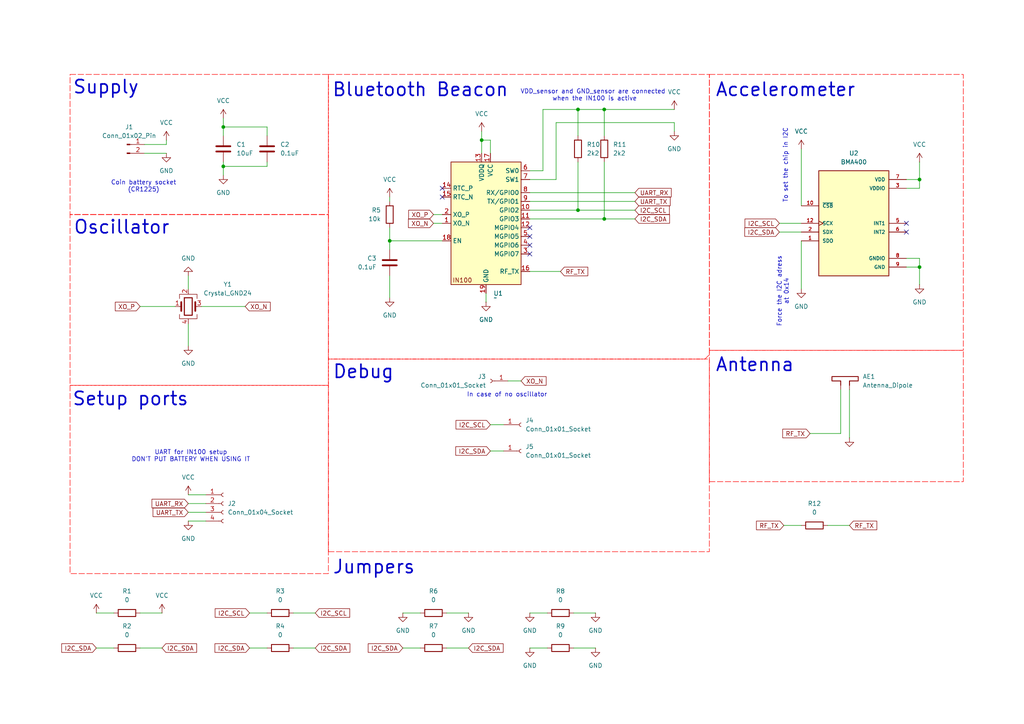
<source format=kicad_sch>
(kicad_sch (version 20250114) (generator "eeschema") (generator_version "9.0")
  (paper "A4")
  (title_block (title "Wearable IN100 with accelerometer") (date "2025-03-04") (rev "0.1.1") (company "EMSE ISMIN - FEL Department"))
  (lib_symbols
    (symbol "BMA400:BMA400" (pin_names (offset 1.016))
      (property "Reference" "U" (at -10.16 16.002 0))
      (property "Value" "BMA400" (at -10.16 -17.78 0))
      (symbol "BMA400_0_0"
        (rectangle (start -10.16 -15.24) (end 10.16 15.24) (stroke (width 0.254)) (fill (type background)))
        (pin input line (at -15.24 5.08 0) (length 5.08) (name "~{CSB}") (number "10"))
        (pin input clock (at -15.24 0 0) (length 5.08) (name "SCX") (number "12"))
        (pin bidirectional line (at -15.24 -2.54 0) (length 5.08) (name "SDX") (number "2"))
        (pin bidirectional line (at -15.24 -5.08 0) (length 5.08) (name "SDO") (number "1"))
        (pin power_in line (at 15.24 12.7 180) (length 5.08) (name "VDD") (number "7"))
        (pin power_in line (at 15.24 10.16 180) (length 5.08) (name "VDDIO") (number "3"))
        (pin bidirectional line (at 15.24 0 180) (length 5.08) (name "INT1") (number "5"))
        (pin bidirectional line (at 15.24 -2.54 180) (length 5.08) (name "INT2") (number "6"))
        (pin power_in line (at 15.24 -10.16 180) (length 5.08) (name "GNDIO") (number "8"))
        (pin power_in line (at 15.24 -12.7 180) (length 5.08) (name "GND") (number "9"))
      )
    )
    (symbol "Connector:Conn_01x01_Socket" (pin_names (offset 1.016) (hide yes))
      (property "Reference" "J" (at 0 2.54 0))
      (property "Value" "Conn_01x01_Socket" (at 0 -2.54 0))
      (symbol "Conn_01x01_Socket_1_1"
        (polyline (pts (xy -1.27 0) (xy -0.508 0)) (stroke (width 0.1524)))
        (arc (start 0 -0.508) (mid -0.5058 0) (end 0 0.508) (stroke (width 0.1524)))
        (pin passive line (at -5.08 0 0) (length 3.81) (name "Pin_1") (number "1"))
      )
    )
    (symbol "Connector:Conn_01x02_Pin" (pin_names (offset 1.016) (hide yes))
      (property "Reference" "J" (at 0 2.54 0))
      (property "Value" "Conn_01x02_Pin" (at 0 -5.08 0))
      (symbol "Conn_01x02_Pin_1_1"
        (rectangle (start 0.8636 0.127) (end 0 -0.127) (stroke (width 0.1524)) (fill (type outline)))
        (rectangle (start 0.8636 -2.413) (end 0 -2.667) (stroke (width 0.1524)) (fill (type outline)))
        (polyline (pts (xy 1.27 0) (xy 0.8636 0)) (stroke (width 0.1524)))
        (polyline (pts (xy 1.27 -2.54) (xy 0.8636 -2.54)) (stroke (width 0.1524)))
        (pin passive line (at 5.08 0 180) (length 3.81) (name "Pin_1") (number "1"))
        (pin passive line (at 5.08 -2.54 180) (length 3.81) (name "Pin_2") (number "2"))
      )
    )
    (symbol "Connector:Conn_01x04_Socket" (pin_names (offset 1.016) (hide yes))
      (property "Reference" "J" (at 0 5.08 0))
      (property "Value" "Conn_01x04_Socket" (at 0 -7.62 0))
      (symbol "Conn_01x04_Socket_1_1"
        (polyline (pts (xy -1.27 2.54) (xy -0.508 2.54)) (stroke (width 0.1524)))
        (polyline (pts (xy -1.27 0) (xy -0.508 0)) (stroke (width 0.1524)))
        (polyline (pts (xy -1.27 -2.54) (xy -0.508 -2.54)) (stroke (width 0.1524)))
        (polyline (pts (xy -1.27 -5.08) (xy -0.508 -5.08)) (stroke (width 0.1524)))
        (arc (start 0 2.032) (mid -0.5058 2.54) (end 0 3.048) (stroke (width 0.1524)))
        (arc (start 0 -0.508) (mid -0.5058 0) (end 0 0.508) (stroke (width 0.1524)))
        (arc (start 0 -3.048) (mid -0.5058 -2.54) (end 0 -2.032) (stroke (width 0.1524)))
        (arc (start 0 -5.588) (mid -0.5058 -5.08) (end 0 -4.572) (stroke (width 0.1524)))
        (pin passive line (at -5.08 2.54 0) (length 3.81) (name "Pin_1") (number "1"))
        (pin passive line (at -5.08 0 0) (length 3.81) (name "Pin_2") (number "2"))
        (pin passive line (at -5.08 -2.54 0) (length 3.81) (name "Pin_3") (number "3"))
        (pin passive line (at -5.08 -5.08 0) (length 3.81) (name "Pin_4") (number "4"))
      )
    )
    (symbol "Device:Antenna_Dipole" (pin_numbers (hide yes)) (pin_names (offset 1.016) (hide yes))
      (property "Reference" "AE" (at 1.27 1.27 0))
      (property "Value" "Antenna_Dipole" (at 1.27 0 0))
      (symbol "Antenna_Dipole_0_1"
        (polyline (pts (xy 2.54 -3.81) (xy 2.54 -2.54) (xy 5.08 -2.54) (xy 5.08 -1.27) (xy -2.54 -1.27) (xy -2.54 -2.54) (xy 0 -2.54) (xy 0 -3.81)) (stroke (width 0.254)))
      )
      (symbol "Antenna_Dipole_1_1"
        (pin input line (at 0 -5.08 90) (length 2.54) (name "~") (number "1"))
        (pin input line (at 2.54 -5.08 90) (length 2.54) (name "~") (number "2"))
      )
    )
    (symbol "Device:C" (pin_numbers (hide yes)) (pin_names (offset 0.254))
      (property "Reference" "C" (at 0.635 2.54 0))
      (property "Value" "C" (at 0.635 -2.54 0))
      (symbol "C_0_1"
        (polyline (pts (xy -2.032 0.762) (xy 2.032 0.762)) (stroke (width 0.508)))
        (polyline (pts (xy -2.032 -0.762) (xy 2.032 -0.762)) (stroke (width 0.508)))
      )
      (symbol "C_1_1"
        (pin passive line (at 0 3.81 270) (length 2.794) (name "~") (number "1"))
        (pin passive line (at 0 -3.81 90) (length 2.794) (name "~") (number "2"))
      )
    )
    (symbol "Device:Crystal_GND24" (pin_names (offset 1.016) (hide yes))
      (property "Reference" "Y" (at 3.175 5.08 0))
      (property "Value" "Crystal_GND24" (at 3.175 3.175 0))
      (symbol "Crystal_GND24_0_1"
        (polyline (pts (xy -2.54 2.286) (xy -2.54 3.556) (xy 2.54 3.556) (xy 2.54 2.286)))
        (polyline (pts (xy -2.54 0) (xy -2.032 0)))
        (polyline (pts (xy -2.54 -2.286) (xy -2.54 -3.556) (xy 2.54 -3.556) (xy 2.54 -2.286)))
        (polyline (pts (xy -2.032 -1.27) (xy -2.032 1.27)) (stroke (width 0.508)))
        (rectangle (start -1.143 2.54) (end 1.143 -2.54) (stroke (width 0.3048)))
        (polyline (pts (xy 0 3.556) (xy 0 3.81)))
        (polyline (pts (xy 0 -3.81) (xy 0 -3.556)))
        (polyline (pts (xy 2.032 0) (xy 2.54 0)))
        (polyline (pts (xy 2.032 -1.27) (xy 2.032 1.27)) (stroke (width 0.508)))
      )
      (symbol "Crystal_GND24_1_1"
        (pin passive line (at -3.81 0 0) (length 1.27) (name "1") (number "1"))
        (pin passive line (at 0 5.08 270) (length 1.27) (name "2") (number "2"))
        (pin passive line (at 0 -5.08 90) (length 1.27) (name "4") (number "4"))
        (pin passive line (at 3.81 0 180) (length 1.27) (name "3") (number "3"))
      )
    )
    (symbol "Device:R" (pin_numbers (hide yes)) (pin_names (offset 0))
      (property "Reference" "R" (at 2.032 0 90))
      (property "Value" "R" (at 0 0 90))
      (symbol "R_0_1"
        (rectangle (start -1.016 -2.54) (end 1.016 2.54) (stroke (width 0.254)))
      )
      (symbol "R_1_1"
        (pin passive line (at 0 3.81 270) (length 1.27) (name "~") (number "1"))
        (pin passive line (at 0 -3.81 90) (length 1.27) (name "~") (number "2"))
      )
    )
    (symbol "IN100_homemade:IN100_homemade"
      (property "Reference" "U" (at 0 0 0))
      (symbol "IN100_homemade_0_1"
        (rectangle (start -10.16 -1.27) (end 10.16 -36.83))
      )
      (symbol "IN100_homemade_1_1"
        (rectangle (start -10.16 -1.27) (end 10.16 -36.83) (fill (type background)))
        (text "IN100" (at -6.858 -35.56 0) (effects (font (size 1.27 1.27))))
        (pin input line (at -12.7 -8.89 0) (length 2.54) (name "RTC_P") (number "14"))
        (pin input line (at -12.7 -11.43 0) (length 2.54) (name "RTC_N") (number "15"))
        (pin input line (at -12.7 -16.51 0) (length 2.54) (name "XO_P") (number "2"))
        (pin input line (at -12.7 -19.05 0) (length 2.54) (name "XO_N") (number "1"))
        (pin input line (at -12.7 -24.13 0) (length 2.54) (name "EN") (number "18"))
        (pin input line (at -1.27 1.27 270) (length 2.54) (name "VDDQ") (number "13"))
        (pin input line (at 0 -39.37 90) (length 2.54) (name "GND") (number "19"))
        (pin input line (at 1.27 1.27 270) (length 2.54) (name "VCC") (number "17"))
        (pin output line (at 12.7 -3.81 180) (length 2.54) (name "SW0") (number "6"))
        (pin output line (at 12.7 -6.35 180) (length 2.54) (name "SW1") (number "7"))
        (pin bidirectional line (at 12.7 -10.16 180) (length 2.54) (name "RX/GPIO0") (number "8"))
        (pin bidirectional line (at 12.7 -12.7 180) (length 2.54) (name "TX/GPIO1") (number "9"))
        (pin bidirectional line (at 12.7 -15.24 180) (length 2.54) (name "GPIO2") (number "10"))
        (pin bidirectional line (at 12.7 -17.78 180) (length 2.54) (name "GPIO3") (number "11"))
        (pin bidirectional line (at 12.7 -20.32 180) (length 2.54) (name "MGPIO4") (number "12"))
        (pin bidirectional line (at 12.7 -22.86 180) (length 2.54) (name "MGPIO5") (number "5"))
        (pin bidirectional line (at 12.7 -25.4 180) (length 2.54) (name "MGPIO6") (number "4"))
        (pin bidirectional line (at 12.7 -27.94 180) (length 2.54) (name "MGPIO7") (number "3"))
        (pin output line (at 12.7 -33.02 180) (length 2.54) (name "RF_TX") (number "16"))
      )
    )
    (symbol "power:GND" (power) (pin_numbers (hide yes)) (pin_names (offset 0) (hide yes))
      (property "Value" "GND" (at 0 -3.81 0))
      (symbol "GND_0_1"
        (polyline (pts (xy 0 0) (xy 0 -1.27) (xy 1.27 -1.27) (xy 0 -2.54) (xy -1.27 -1.27) (xy 0 -1.27)))
      )
      (symbol "GND_1_1"
        (pin power_in line (at 0 0 270) (length 0) (name "~") (number "1"))
      )
    )
    (symbol "power:VCC" (power) (pin_numbers (hide yes)) (pin_names (offset 0) (hide yes))
      (property "Value" "VCC" (at 0 3.556 0))
      (symbol "VCC_0_1"
        (polyline (pts (xy -0.762 1.27) (xy 0 2.54)))
        (polyline (pts (xy 0 2.54) (xy 0.762 1.27)))
        (polyline (pts (xy 0 0) (xy 0 2.54)))
      )
      (symbol "VCC_1_1"
        (pin power_in line (at 0 0 90) (length 0) (name "~") (number "1"))
      )
    )
  )
  (text "Accelerometer\n" (at 227.838 26.162 0) (effects (font (size 3.81 3.81) (thickness 0.4763))))
  (text "In case of no oscillator" (at 147.066 114.554 0) (effects (font (size 1.27 1.27))))
  (text "Debug" (at 105.41 107.95 0) (effects (font (size 3.81 3.81) (thickness 0.4763))))
  (text "Antenna" (at 218.948 105.918 0) (effects (font (size 3.81 3.81) (thickness 0.4763))))
  (text "Supply" (at 30.734 25.4 0) (effects (font (size 3.81 3.81) (thickness 0.4763))))
  (text "Coin battery socket\n(CR1225)\n\n" (at 41.656 55.118 0) (effects (font (size 1.27 1.27))))
  (text "UART for IN100 setup\nDON'T PUT BATTERY WHEN USING IT\n\n" (at 55.372 133.35 0) (effects (font (size 1.27 1.27))))
  (text "Setup ports" (at 37.846 115.824 0) (effects (font (size 3.81 3.81) (thickness 0.4763))))
  (text "Oscillator" (at 35.306 66.04 0) (effects (font (size 3.81 3.81) (thickness 0.4763))))
  (text "Jumpers" (at 108.458 164.592 0) (effects (font (size 3.81 3.81) (thickness 0.4763))))
  (text "VDD_sensor and GND_sensor are connected \nwhen the IN100 is active\n" (at 172.466 27.686 0) (effects (font (size 1.27 1.27))))
  (text "To set the chip in I2C\n" (at 227.838 48.006 90) (effects (font (size 1.27 1.27))))
  (text "Bluetooth Beacon\n" (at 121.92 26.162 0) (effects (font (size 3.81 3.81) (thickness 0.4763))))
  (text "Force the I2C adress\nat 0x14" (at 227.076 84.582 90) (effects (font (size 1.27 1.27))))
  (junction (at 64.77 36.83))
  (junction (at 175.26 31.75))
  (junction (at 64.77 48.26))
  (junction (at 266.7 77.47))
  (junction (at 175.26 63.5))
  (junction (at 167.64 31.75))
  (junction (at 139.7 40.64))
  (junction (at 266.7 52.07))
  (junction (at 113.03 69.85))
  (junction (at 167.64 60.96))
  (no_connect (at 153.67 66.04))
  (no_connect (at 128.27 57.15))
  (no_connect (at 153.67 68.58))
  (no_connect (at 262.89 67.31))
  (no_connect (at 153.67 73.66))
  (no_connect (at 262.89 64.77))
  (no_connect (at 153.67 71.12))
  (no_connect (at 128.27 54.61))
  (wire (pts (xy 91.44 187.96) (xy 85.09 187.96)))
  (wire (pts (xy 64.77 48.26) (xy 77.47 48.26)))
  (wire (pts (xy 266.7 77.47) (xy 262.89 77.47)))
  (wire (pts (xy 41.91 44.45) (xy 48.26 44.45)))
  (wire (pts (xy 266.7 52.07) (xy 262.89 52.07)))
  (wire (pts (xy 266.7 82.55) (xy 266.7 77.47)))
  (wire (pts (xy 246.38 113.03) (xy 246.38 127)))
  (wire (pts (xy 58.42 88.9) (xy 71.12 88.9)))
  (wire (pts (xy 113.03 69.85) (xy 128.27 69.85)))
  (wire (pts (xy 48.26 41.91) (xy 41.91 41.91)))
  (wire (pts (xy 157.48 31.75) (xy 167.64 31.75)))
  (wire (pts (xy 27.94 187.96) (xy 33.02 187.96)))
  (wire (pts (xy 195.58 38.1) (xy 195.58 35.56)))
  (wire (pts (xy 54.61 93.98) (xy 54.61 100.33)))
  (wire (pts (xy 153.67 187.96) (xy 158.75 187.96)))
  (wire (pts (xy 139.7 40.64) (xy 139.7 44.45)))
  (wire (pts (xy 232.41 43.18) (xy 232.41 59.69)))
  (wire (pts (xy 72.39 177.8) (xy 77.47 177.8)))
  (wire (pts (xy 142.24 130.81) (xy 146.05 130.81)))
  (wire (pts (xy 151.13 110.49) (xy 147.32 110.49)))
  (wire (pts (xy 142.24 123.19) (xy 146.05 123.19)))
  (wire (pts (xy 226.06 67.31) (xy 232.41 67.31)))
  (wire (pts (xy 64.77 36.83) (xy 64.77 39.37)))
  (wire (pts (xy 77.47 36.83) (xy 77.47 39.37)))
  (wire (pts (xy 46.99 187.96) (xy 40.64 187.96)))
  (wire (pts (xy 161.29 35.56) (xy 195.58 35.56)))
  (wire (pts (xy 153.67 49.53) (xy 157.48 49.53)))
  (wire (pts (xy 116.84 187.96) (xy 121.92 187.96)))
  (wire (pts (xy 167.64 31.75) (xy 167.64 39.37)))
  (wire (pts (xy 262.89 54.61) (xy 266.7 54.61)))
  (wire (pts (xy 113.03 57.15) (xy 113.03 58.42)))
  (wire (pts (xy 54.61 151.13) (xy 59.69 151.13)))
  (wire (pts (xy 167.64 46.99) (xy 167.64 60.96)))
  (wire (pts (xy 153.67 63.5) (xy 175.26 63.5)))
  (wire (pts (xy 153.67 177.8) (xy 158.75 177.8)))
  (wire (pts (xy 116.84 177.8) (xy 121.92 177.8)))
  (wire (pts (xy 167.64 60.96) (xy 184.15 60.96)))
  (wire (pts (xy 64.77 36.83) (xy 77.47 36.83)))
  (wire (pts (xy 140.97 85.09) (xy 140.97 87.63)))
  (wire (pts (xy 175.26 46.99) (xy 175.26 63.5)))
  (wire (pts (xy 153.67 55.88) (xy 184.15 55.88)))
  (wire (pts (xy 139.7 40.64) (xy 142.24 40.64)))
  (wire (pts (xy 113.03 80.01) (xy 113.03 86.36)))
  (wire (pts (xy 172.72 177.8) (xy 166.37 177.8)))
  (wire (pts (xy 113.03 69.85) (xy 113.03 72.39)))
  (wire (pts (xy 125.73 64.77) (xy 128.27 64.77)))
  (wire (pts (xy 77.47 48.26) (xy 77.47 46.99)))
  (wire (pts (xy 172.72 187.96) (xy 166.37 187.96)))
  (wire (pts (xy 226.06 64.77) (xy 232.41 64.77)))
  (wire (pts (xy 262.89 74.93) (xy 266.7 74.93)))
  (wire (pts (xy 142.24 40.64) (xy 142.24 44.45)))
  (wire (pts (xy 135.89 177.8) (xy 129.54 177.8)))
  (wire (pts (xy 153.67 78.74) (xy 162.56 78.74)))
  (wire (pts (xy 64.77 34.29) (xy 64.77 36.83)))
  (wire (pts (xy 125.73 62.23) (xy 128.27 62.23)))
  (wire (pts (xy 153.67 60.96) (xy 167.64 60.96)))
  (wire (pts (xy 175.26 31.75) (xy 195.58 31.75)))
  (wire (pts (xy 72.39 187.96) (xy 77.47 187.96)))
  (wire (pts (xy 27.94 177.8) (xy 33.02 177.8)))
  (wire (pts (xy 54.61 143.51) (xy 59.69 143.51)))
  (wire (pts (xy 157.48 31.75) (xy 157.48 49.53)))
  (wire (pts (xy 161.29 35.56) (xy 161.29 52.07)))
  (wire (pts (xy 175.26 31.75) (xy 175.26 39.37)))
  (wire (pts (xy 153.67 52.07) (xy 161.29 52.07)))
  (wire (pts (xy 135.89 187.96) (xy 129.54 187.96)))
  (wire (pts (xy 139.7 38.1) (xy 139.7 40.64)))
  (wire (pts (xy 54.61 146.05) (xy 59.69 146.05)))
  (wire (pts (xy 232.41 69.85) (xy 232.41 83.82)))
  (wire (pts (xy 266.7 46.99) (xy 266.7 52.07)))
  (wire (pts (xy 46.99 177.8) (xy 40.64 177.8)))
  (wire (pts (xy 266.7 77.47) (xy 266.7 74.93)))
  (wire (pts (xy 266.7 54.61) (xy 266.7 52.07)))
  (wire (pts (xy 243.84 113.03) (xy 243.84 125.73)))
  (wire (pts (xy 91.44 177.8) (xy 85.09 177.8)))
  (wire (pts (xy 234.95 125.73) (xy 243.84 125.73)))
  (wire (pts (xy 64.77 46.99) (xy 64.77 48.26)))
  (wire (pts (xy 54.61 148.59) (xy 59.69 148.59)))
  (wire (pts (xy 153.67 58.42) (xy 184.15 58.42)))
  (wire (pts (xy 54.61 80.01) (xy 54.61 83.82)))
  (wire (pts (xy 113.03 66.04) (xy 113.03 69.85)))
  (wire (pts (xy 64.77 48.26) (xy 64.77 50.8)))
  (wire (pts (xy 48.26 40.64) (xy 48.26 41.91)))
  (wire (pts (xy 40.64 88.9) (xy 50.8 88.9)))
  (wire (pts (xy 246.38 152.4) (xy 240.03 152.4)))
  (wire (pts (xy 227.33 152.4) (xy 232.41 152.4)))
  (wire (pts (xy 167.64 31.75) (xy 175.26 31.75)))
  (wire (pts (xy 175.26 63.5) (xy 184.15 63.5)))
  (global_label "RF_TX" (shape input) (at 227.33 152.4 180) (property "Intersheetrefs" "${INTERSHEET_REFS}" (effects (hide yes))))
  (global_label "I2C_SDA" (shape input) (at 184.15 63.5 0) (property "Intersheetrefs" "${INTERSHEET_REFS}" (effects (hide yes))))
  (global_label "XO_P" (shape input) (at 125.73 62.23 180) (property "Intersheetrefs" "${INTERSHEET_REFS}" (effects (hide yes))))
  (global_label "RF_TX" (shape input) (at 234.95 125.73 180) (property "Intersheetrefs" "${INTERSHEET_REFS}" (effects (hide yes))))
  (global_label "XO_P" (shape input) (at 40.64 88.9 180) (property "Intersheetrefs" "${INTERSHEET_REFS}" (effects (hide yes))))
  (global_label "I2C_SDA" (shape input) (at 142.24 130.81 180) (property "Intersheetrefs" "${INTERSHEET_REFS}" (effects (hide yes))))
  (global_label "XO_N" (shape input) (at 125.73 64.77 180) (property "Intersheetrefs" "${INTERSHEET_REFS}" (effects (hide yes))))
  (global_label "UART_RX" (shape input) (at 184.15 55.88 0) (property "Intersheetrefs" "${INTERSHEET_REFS}" (effects (hide yes))))
  (global_label "I2C_SDA" (shape input) (at 27.94 187.96 180) (property "Intersheetrefs" "${INTERSHEET_REFS}" (effects (hide yes))))
  (global_label "UART_TX" (shape input) (at 54.61 148.59 180) (property "Intersheetrefs" "${INTERSHEET_REFS}" (effects (hide yes))))
  (global_label "XO_N" (shape input) (at 71.12 88.9 0) (property "Intersheetrefs" "${INTERSHEET_REFS}" (effects (hide yes))))
  (global_label "RF_TX" (shape input) (at 246.38 152.4 0) (property "Intersheetrefs" "${INTERSHEET_REFS}" (effects (hide yes))))
  (global_label "XO_N" (shape input) (at 151.13 110.49 0) (property "Intersheetrefs" "${INTERSHEET_REFS}" (effects (hide yes))))
  (global_label "RF_TX" (shape input) (at 162.56 78.74 0) (property "Intersheetrefs" "${INTERSHEET_REFS}" (effects (hide yes))))
  (global_label "I2C_SDA" (shape input) (at 116.84 187.96 180) (property "Intersheetrefs" "${INTERSHEET_REFS}" (effects (hide yes))))
  (global_label "I2C_SCL" (shape input) (at 91.44 177.8 0) (property "Intersheetrefs" "${INTERSHEET_REFS}" (effects (hide yes))))
  (global_label "I2C_SDA" (shape input) (at 72.39 187.96 180) (property "Intersheetrefs" "${INTERSHEET_REFS}" (effects (hide yes))))
  (global_label "I2C_SDA" (shape input) (at 226.06 67.31 180) (property "Intersheetrefs" "${INTERSHEET_REFS}" (effects (hide yes))))
  (global_label "UART_TX" (shape input) (at 184.15 58.42 0) (property "Intersheetrefs" "${INTERSHEET_REFS}" (effects (hide yes))))
  (global_label "I2C_SCL" (shape input) (at 72.39 177.8 180) (property "Intersheetrefs" "${INTERSHEET_REFS}" (effects (hide yes))))
  (global_label "I2C_SDA" (shape input) (at 46.99 187.96 0) (property "Intersheetrefs" "${INTERSHEET_REFS}" (effects (hide yes))))
  (global_label "I2C_SCL" (shape input) (at 142.24 123.19 180) (property "Intersheetrefs" "${INTERSHEET_REFS}" (effects (hide yes))))
  (global_label "I2C_SCL" (shape input) (at 226.06 64.77 180) (property "Intersheetrefs" "${INTERSHEET_REFS}" (effects (hide yes))))
  (global_label "I2C_SCL" (shape input) (at 184.15 60.96 0) (property "Intersheetrefs" "${INTERSHEET_REFS}" (effects (hide yes))))
  (global_label "I2C_SDA" (shape input) (at 135.89 187.96 0) (property "Intersheetrefs" "${INTERSHEET_REFS}" (effects (hide yes))))
  (global_label "I2C_SDA" (shape input) (at 91.44 187.96 0) (property "Intersheetrefs" "${INTERSHEET_REFS}" (effects (hide yes))))
  (global_label "UART_RX" (shape input) (at 54.61 146.05 180) (property "Intersheetrefs" "${INTERSHEET_REFS}" (effects (hide yes))))
  (rule_area (polyline (pts (xy 95.25 21.59) (xy 205.74 21.59) (xy 205.74 102.87) (xy 204.47 104.14) (xy 95.25 104.14)) (stroke (width 0) (type dash))))
  (rule_area (polyline (pts (xy 95.25 111.76) (xy 20.32 111.76) (xy 20.32 62.23) (xy 95.25 62.23)) (stroke (width 0) (type dash))))
  (rule_area (polyline (pts (xy 205.74 139.7) (xy 279.4 139.7) (xy 279.4 101.6) (xy 205.74 101.6)) (stroke (width 0) (type dash))))
  (rule_area (polyline (pts (xy 95.25 160.02) (xy 205.74 160.02) (xy 205.74 104.14) (xy 95.25 104.14)) (stroke (width 0) (type dash))))
  (rule_area (polyline (pts (xy 20.32 111.76) (xy 20.32 166.37) (xy 95.25 166.37) (xy 95.25 111.76)) (stroke (width 0) (type dash))))
  (rule_area (polyline (pts (xy 205.74 21.59) (xy 279.4 21.59) (xy 279.4 101.6) (xy 205.74 101.6)) (stroke (width 0) (type dash))))
  (rule_area (polyline (pts (xy 20.32 21.59) (xy 95.25 21.59) (xy 95.25 62.23) (xy 20.32 62.23)) (stroke (width 0) (type dash))))
  (symbol (lib_id "power:VCC") (at 195.58 31.75 0) (unit 1)
    (property "Reference" "#PWR021" (effects (hide yes)))
    (property "Value" "VCC" (at 195.58 26.67 0))
    (property "Description" "Power symbol creates a global label with name \"VCC\"" (effects (hide yes)))
  )
  (symbol (lib_id "power:VCC") (at 46.99 177.8 0) (unit 1)
    (property "Reference" "#PWR02" (effects (hide yes)))
    (property "Value" "VCC" (at 46.99 172.72 0))
    (property "Description" "Power symbol creates a global label with name \"VCC\"" (effects (hide yes)))
  )
  (symbol (lib_id "Device:R") (at 36.83 187.96 90) (unit 1)
    (property "Reference" "R2" (at 36.83 181.61 90))
    (property "Value" "0" (at 36.83 184.15 90))
    (property "Footprint" "Resistor_SMD:R_1206_3216Metric" (effects (hide yes)))
    (property "Description" "Resistor" (effects (hide yes)))
  )
  (symbol (lib_id "Device:R") (at 162.56 187.96 90) (unit 1)
    (property "Reference" "R9" (at 162.56 181.61 90))
    (property "Value" "0" (at 162.56 184.15 90))
    (property "Footprint" "Resistor_SMD:R_1206_3216Metric" (effects (hide yes)))
    (property "Description" "Resistor" (effects (hide yes)))
  )
  (symbol (lib_id "Device:R") (at 36.83 177.8 90) (unit 1)
    (property "Reference" "R1" (at 36.83 171.45 90))
    (property "Value" "0" (at 36.83 173.99 90))
    (property "Footprint" "Resistor_SMD:R_1206_3216Metric" (effects (hide yes)))
    (property "Description" "Resistor" (effects (hide yes)))
  )
  (symbol (lib_id "power:GND") (at 64.77 50.8 0) (unit 1)
    (property "Reference" "#PWR010" (effects (hide yes)))
    (property "Value" "GND" (at 64.77 55.88 0))
    (property "Description" "Power symbol creates a global label with name \"GND\" , ground" (effects (hide yes)))
  )
  (symbol (lib_id "power:GND") (at 113.03 86.36 0) (unit 1)
    (property "Reference" "#PWR012" (effects (hide yes)))
    (property "Value" "GND" (at 113.03 91.44 0))
    (property "Description" "Power symbol creates a global label with name \"GND\" , ground" (effects (hide yes)))
  )
  (symbol (lib_id "power:GND") (at 54.61 80.01 180) (unit 1)
    (property "Reference" "#PWR05" (effects (hide yes)))
    (property "Value" "GND" (at 54.61 74.93 0))
    (property "Description" "Power symbol creates a global label with name \"GND\" , ground" (effects (hide yes)))
  )
  (symbol (lib_id "Device:R") (at 81.28 177.8 90) (unit 1)
    (property "Reference" "R3" (at 81.28 171.45 90))
    (property "Value" "0" (at 81.28 173.99 90))
    (property "Footprint" "Resistor_SMD:R_1206_3216Metric" (effects (hide yes)))
    (property "Description" "Resistor" (effects (hide yes)))
  )
  (symbol (lib_id "power:GND") (at 195.58 38.1 0) (unit 1)
    (property "Reference" "#PWR022" (effects (hide yes)))
    (property "Value" "GND" (at 195.58 43.18 0))
    (property "Description" "Power symbol creates a global label with name \"GND\" , ground" (effects (hide yes)))
  )
  (symbol (lib_id "Device:R") (at 125.73 177.8 90) (unit 1)
    (property "Reference" "R6" (at 125.73 171.45 90))
    (property "Value" "0" (at 125.73 173.99 90))
    (property "Footprint" "Resistor_SMD:R_1206_3216Metric" (effects (hide yes)))
    (property "Description" "Resistor" (effects (hide yes)))
  )
  (symbol (lib_id "power:GND") (at 135.89 177.8 0) (unit 1)
    (property "Reference" "#PWR014" (effects (hide yes)))
    (property "Value" "GND" (at 135.89 182.88 0))
    (property "Description" "Power symbol creates a global label with name \"GND\" , ground" (effects (hide yes)))
  )
  (symbol (lib_id "power:VCC") (at 266.7 46.99 0) (unit 1)
    (property "Reference" "#PWR026" (effects (hide yes)))
    (property "Value" "VCC" (at 266.7 41.91 0))
    (property "Description" "Power symbol creates a global label with name \"VCC\"" (effects (hide yes)))
  )
  (symbol (lib_id "Device:C") (at 77.47 43.18 0) (unit 1)
    (property "Reference" "C2" (at 81.28 41.9099 0) (effects (justify left)))
    (property "Value" "0.1uF" (at 81.28 44.4499 0) (effects (justify left)))
    (property "Footprint" "Capacitor_SMD:C_1206_3216Metric_Pad1.33x1.80mm_HandSolder" (effects (hide yes)))
    (property "Description" "Unpolarized capacitor" (effects (hide yes)))
  )
  (symbol (lib_id "power:GND") (at 153.67 177.8 0) (unit 1)
    (property "Reference" "#PWR017" (effects (hide yes)))
    (property "Value" "GND" (at 153.67 182.88 0))
    (property "Description" "Power symbol creates a global label with name \"GND\" , ground" (effects (hide yes)))
  )
  (symbol (lib_id "Device:R") (at 175.26 43.18 0) (unit 1)
    (property "Reference" "R11" (at 177.8 41.9099 0) (effects (justify left)))
    (property "Value" "2k2" (at 177.8 44.4499 0) (effects (justify left)))
    (property "Footprint" "Resistor_SMD:R_1206_3216Metric" (effects (hide yes)))
    (property "Description" "Resistor" (effects (hide yes)))
  )
  (symbol (lib_id "Connector:Conn_01x01_Socket") (at 151.13 123.19 0) (unit 1)
    (property "Reference" "J4" (at 152.4 121.9199 0) (effects (justify left)))
    (property "Value" "Conn_01x01_Socket" (at 152.4 124.4599 0) (effects (justify left)))
    (property "Footprint" "TestPoint:TestPoint_Loop_D2.54mm_Drill1.5mm_Beaded" (effects (hide yes)))
    (property "Description" "Generic connector, single row, 01x01, script generated" (effects (hide yes)))
  )
  (symbol (lib_id "power:GND") (at 232.41 83.82 0) (unit 1)
    (property "Reference" "#PWR024" (effects (hide yes)))
    (property "Value" "GND" (at 232.41 88.9 0))
    (property "Description" "Power symbol creates a global label with name \"GND\" , ground" (effects (hide yes)))
  )
  (symbol (lib_id "power:GND") (at 140.97 87.63 0) (unit 1)
    (property "Reference" "#PWR016" (effects (hide yes)))
    (property "Value" "GND" (at 140.97 92.71 0))
    (property "Description" "Power symbol creates a global label with name \"GND\" , ground" (effects (hide yes)))
  )
  (symbol (lib_id "power:GND") (at 153.67 187.96 0) (unit 1)
    (property "Reference" "#PWR018" (effects (hide yes)))
    (property "Value" "GND" (at 153.67 193.04 0))
    (property "Description" "Power symbol creates a global label with name \"GND\" , ground" (effects (hide yes)))
  )
  (symbol (lib_id "Device:R") (at 113.03 62.23 0) (mirror y) (unit 1)
    (property "Reference" "R5" (at 110.49 60.9599 0) (effects (justify left)))
    (property "Value" "10k" (at 110.49 63.4999 0) (effects (justify left)))
    (property "Footprint" "Resistor_SMD:R_1206_3216Metric" (effects (hide yes)))
    (property "Description" "Resistor" (effects (hide yes)))
  )
  (symbol (lib_id "Connector:Conn_01x01_Socket") (at 151.13 130.81 0) (unit 1)
    (property "Reference" "J5" (at 152.4 129.5399 0) (effects (justify left)))
    (property "Value" "Conn_01x01_Socket" (at 152.4 132.0799 0) (effects (justify left)))
    (property "Footprint" "TestPoint:TestPoint_Loop_D2.54mm_Drill1.5mm_Beaded" (effects (hide yes)))
    (property "Description" "Generic connector, single row, 01x01, script generated" (effects (hide yes)))
  )
  (symbol (lib_id "power:GND") (at 54.61 151.13 0) (unit 1)
    (property "Reference" "#PWR08" (effects (hide yes)))
    (property "Value" "GND" (at 54.61 156.21 0))
    (property "Description" "Power symbol creates a global label with name \"GND\" , ground" (effects (hide yes)))
  )
  (symbol (lib_id "power:VCC") (at 48.26 40.64 0) (unit 1)
    (property "Reference" "#PWR03" (effects (hide yes)))
    (property "Value" "VCC" (at 48.26 35.56 0))
    (property "Description" "Power symbol creates a global label with name \"VCC\"" (effects (hide yes)))
  )
  (symbol (lib_id "power:GND") (at 48.26 44.45 0) (unit 1)
    (property "Reference" "#PWR04" (effects (hide yes)))
    (property "Value" "GND" (at 48.26 49.53 0))
    (property "Description" "Power symbol creates a global label with name \"GND\" , ground" (effects (hide yes)))
  )
  (symbol (lib_id "power:VCC") (at 232.41 43.18 0) (unit 1)
    (property "Reference" "#PWR023" (effects (hide yes)))
    (property "Value" "VCC" (at 232.41 38.1 0))
    (property "Description" "Power symbol creates a global label with name \"VCC\"" (effects (hide yes)))
  )
  (symbol (lib_id "Device:R") (at 167.64 43.18 0) (unit 1)
    (property "Reference" "R10" (at 170.18 41.9099 0) (effects (justify left)))
    (property "Value" "2k2" (at 170.18 44.4499 0) (effects (justify left)))
    (property "Footprint" "Resistor_SMD:R_1206_3216Metric" (effects (hide yes)))
    (property "Description" "Resistor" (effects (hide yes)))
  )
  (symbol (lib_id "Device:C") (at 113.03 76.2 0) (mirror y) (unit 1)
    (property "Reference" "C3" (at 109.22 74.9299 0) (effects (justify left)))
    (property "Value" "0.1uF" (at 109.22 77.4699 0) (effects (justify left)))
    (property "Footprint" "Capacitor_SMD:C_1206_3216Metric_Pad1.33x1.80mm_HandSolder" (effects (hide yes)))
    (property "Description" "Unpolarized capacitor" (effects (hide yes)))
  )
  (symbol (lib_id "power:GND") (at 172.72 177.8 0) (unit 1)
    (property "Reference" "#PWR019" (effects (hide yes)))
    (property "Value" "GND" (at 172.72 182.88 0))
    (property "Description" "Power symbol creates a global label with name \"GND\" , ground" (effects (hide yes)))
  )
  (symbol (lib_id "Device:R") (at 236.22 152.4 90) (unit 1)
    (property "Reference" "R12" (at 236.22 146.05 90))
    (property "Value" "0" (at 236.22 148.59 90))
    (property "Footprint" "Resistor_SMD:R_1206_3216Metric" (effects (hide yes)))
    (property "Description" "Resistor" (effects (hide yes)))
  )
  (symbol (lib_id "power:VCC") (at 113.03 57.15 0) (unit 1)
    (property "Reference" "#PWR011" (effects (hide yes)))
    (property "Value" "VCC" (at 113.03 52.07 0))
    (property "Description" "Power symbol creates a global label with name \"VCC\"" (effects (hide yes)))
  )
  (symbol (lib_id "power:GND") (at 116.84 177.8 0) (unit 1)
    (property "Reference" "#PWR013" (effects (hide yes)))
    (property "Value" "GND" (at 116.84 182.88 0))
    (property "Description" "Power symbol creates a global label with name \"GND\" , ground" (effects (hide yes)))
  )
  (symbol (lib_id "power:VCC") (at 54.61 143.51 0) (unit 1)
    (property "Reference" "#PWR07" (effects (hide yes)))
    (property "Value" "VCC" (at 54.61 138.43 0))
    (property "Description" "Power symbol creates a global label with name \"VCC\"" (effects (hide yes)))
  )
  (symbol (lib_id "power:GND") (at 246.38 127 0) (unit 1)
    (property "Reference" "#PWR025" (effects (hide yes)))
    (property "Value" "GND" (effects (hide yes)))
    (property "Description" "Power symbol creates a global label with name \"GND\" , ground" (effects (hide yes)))
  )
  (symbol (lib_id "Device:Crystal_GND24") (at 54.61 88.9 0) (unit 1)
    (property "Reference" "Y1" (at 66.04 82.4798 0))
    (property "Value" "Crystal_GND24" (at 66.04 85.0198 0))
    (property "Footprint" "Crystal:Crystal_SMD_3225-4Pin_3.2x2.5mm_HandSoldering" (effects (hide yes)))
    (property "Description" "Four pin crystal, GND on pins 2 and 4" (effects (hide yes)))
  )
  (symbol (lib_id "Device:R") (at 125.73 187.96 90) (unit 1)
    (property "Reference" "R7" (at 125.73 181.61 90))
    (property "Value" "0" (at 125.73 184.15 90))
    (property "Footprint" "Resistor_SMD:R_1206_3216Metric" (effects (hide yes)))
    (property "Description" "Resistor" (effects (hide yes)))
  )
  (symbol (lib_id "Connector:Conn_01x02_Pin") (at 36.83 41.91 0) (unit 1)
    (property "Reference" "J1" (at 37.465 36.83 0))
    (property "Value" "Conn_01x02_Pin" (at 37.465 39.37 0))
    (property "Footprint" "Connector_PinSocket_2.54mm:PinSocket_1x02_P2.54mm_Vertical" (effects (hide yes)))
    (property "Description" "Generic connector, single row, 01x02, script generated" (effects (hide yes)))
  )
  (symbol (lib_id "Device:R") (at 162.56 177.8 90) (unit 1)
    (property "Reference" "R8" (at 162.56 171.45 90))
    (property "Value" "0" (at 162.56 173.99 90))
    (property "Footprint" "Resistor_SMD:R_1206_3216Metric" (effects (hide yes)))
    (property "Description" "Resistor" (effects (hide yes)))
  )
  (symbol (lib_id "power:VCC") (at 64.77 34.29 0) (unit 1)
    (property "Reference" "#PWR09" (effects (hide yes)))
    (property "Value" "VCC" (at 64.77 29.21 0))
    (property "Description" "Power symbol creates a global label with name \"VCC\"" (effects (hide yes)))
  )
  (symbol (lib_id "Device:C") (at 64.77 43.18 0) (unit 1)
    (property "Reference" "C1" (at 68.58 41.9099 0) (effects (justify left)))
    (property "Value" "10uF" (at 68.58 44.4499 0) (effects (justify left)))
    (property "Footprint" "Capacitor_SMD:C_1206_3216Metric_Pad1.33x1.80mm_HandSolder" (effects (hide yes)))
    (property "Description" "Unpolarized capacitor" (effects (hide yes)))
  )
  (symbol (lib_id "Connector:Conn_01x04_Socket") (at 64.77 146.05 0) (unit 1)
    (property "Reference" "J2" (at 66.04 146.0499 0) (effects (justify left)))
    (property "Value" "Conn_01x04_Socket" (at 66.04 148.5899 0) (effects (justify left)))
    (property "Footprint" "Connector_PinSocket_2.54mm:PinSocket_1x04_P2.54mm_Vertical" (effects (hide yes)))
    (property "Description" "Generic connector, single row, 01x04, script generated" (effects (hide yes)))
  )
  (symbol (lib_id "Device:R") (at 81.28 187.96 90) (unit 1)
    (property "Reference" "R4" (at 81.28 181.61 90))
    (property "Value" "0" (at 81.28 184.15 90))
    (property "Footprint" "Resistor_SMD:R_1206_3216Metric" (effects (hide yes)))
    (property "Description" "Resistor" (effects (hide yes)))
  )
  (symbol (lib_id "Device:Antenna_Dipole") (at 243.84 107.95 0) (unit 1)
    (property "Reference" "AE1" (at 250.19 109.2199 0) (effects (justify left)))
    (property "Value" "Antenna_Dipole" (at 250.19 111.7599 0) (effects (justify left)))
    (property "Footprint" "RF_Antenna:Texas_SWRA117D_2.4GHz_Right" (effects (hide yes)))
    (property "Description" "Dipole antenna" (effects (hide yes)))
  )
  (symbol (lib_id "power:GND") (at 54.61 100.33 0) (unit 1)
    (property "Reference" "#PWR06" (effects (hide yes)))
    (property "Value" "GND" (at 54.61 105.41 0))
    (property "Description" "Power symbol creates a global label with name \"GND\" , ground" (effects (hide yes)))
  )
  (symbol (lib_id "power:VCC") (at 139.7 38.1 0) (unit 1)
    (property "Reference" "#PWR015" (effects (hide yes)))
    (property "Value" "VCC" (at 139.7 33.02 0))
    (property "Description" "Power symbol creates a global label with name \"VCC\"" (effects (hide yes)))
  )
  (symbol (lib_id "Connector:Conn_01x01_Socket") (at 142.24 110.49 0) (mirror y) (unit 1)
    (property "Reference" "J3" (at 140.97 109.2199 0) (effects (justify left)))
    (property "Value" "Conn_01x01_Socket" (at 140.97 111.7599 0) (effects (justify left)))
    (property "Footprint" "TestPoint:TestPoint_Loop_D2.54mm_Drill1.5mm_Beaded" (effects (hide yes)))
    (property "Description" "Generic connector, single row, 01x01, script generated" (effects (hide yes)))
  )
  (symbol (lib_id "BMA400:BMA400") (at 247.65 64.77 0) (unit 1)
    (property "Reference" "U2" (at 247.65 44.45 0))
    (property "Value" "BMA400" (at 247.65 46.99 0))
    (property "Footprint" "BMA400:XDCR_BMA400" (effects (hide yes)))
    (property "DigiKey_Part_Number" "828-1081-2-ND" (effects (hide yes)))
    (property "MF" "Bosch Sensortec" (effects (hide yes)))
    (property "DESCRIPTION" "Accelerometer X, Y, Z Axis ±2g, 4g, 8g, 16g 12-LGA _2x2_" (effects (hide yes)))
    (property "PACKAGE" "LGA-12 Bosch Tools" (effects (hide yes)))
    (property "PRICE" "None" (effects (hide yes)))
    (property "Package" "LGA-12 Bosch Tools" (effects (hide yes)))
    (property "Check_prices" "https://www.snapeda.com/parts/BMA400/Bosch/view-part/?ref=eda" (effects (hide yes)))
    (property "SnapEDA_Link" "https://www.snapeda.com/parts/BMA400/Bosch/view-part/?ref=snap" (effects (hide yes)))
    (property "MP" "BMA400" (effects (hide yes)))
    (property "AVAILABILITY" "Unavailable" (effects (hide yes)))
    (property "Description_1" "Accelerometer X, Y, Z Axis ±2g, 4g, 8g, 16g - 12-LGA (2x2)" (effects (hide yes)))
  )
  (symbol (lib_id "power:GND") (at 266.7 82.55 0) (unit 1)
    (property "Reference" "#PWR027" (effects (hide yes)))
    (property "Value" "GND" (at 266.7 87.63 0))
    (property "Description" "Power symbol creates a global label with name \"GND\" , ground" (effects (hide yes)))
  )
  (symbol (lib_id "IN100_homemade:IN100_homemade") (at 140.97 45.72 0) (unit 1)
    (property "Reference" "U1" (at 143.1133 85.09 0) (effects (justify left)))
    (property "Value" "~" (at 143.1133 86.36 0) (effects (justify left)))
    (property "Footprint" "IN100:QFN19P40_300X300X80L35X20T170X150N" (effects (hide yes)))
  )
  (symbol (lib_id "power:VCC") (at 27.94 177.8 0) (unit 1)
    (property "Reference" "#PWR01" (effects (hide yes)))
    (property "Value" "VCC" (at 27.94 172.72 0))
    (property "Description" "Power symbol creates a global label with name \"VCC\"" (effects (hide yes)))
  )
  (symbol (lib_id "power:GND") (at 172.72 187.96 0) (unit 1)
    (property "Reference" "#PWR020" (effects (hide yes)))
    (property "Value" "GND" (at 172.72 193.04 0))
    (property "Description" "Power symbol creates a global label with name \"GND\" , ground" (effects (hide yes)))
  )
)
</source>
